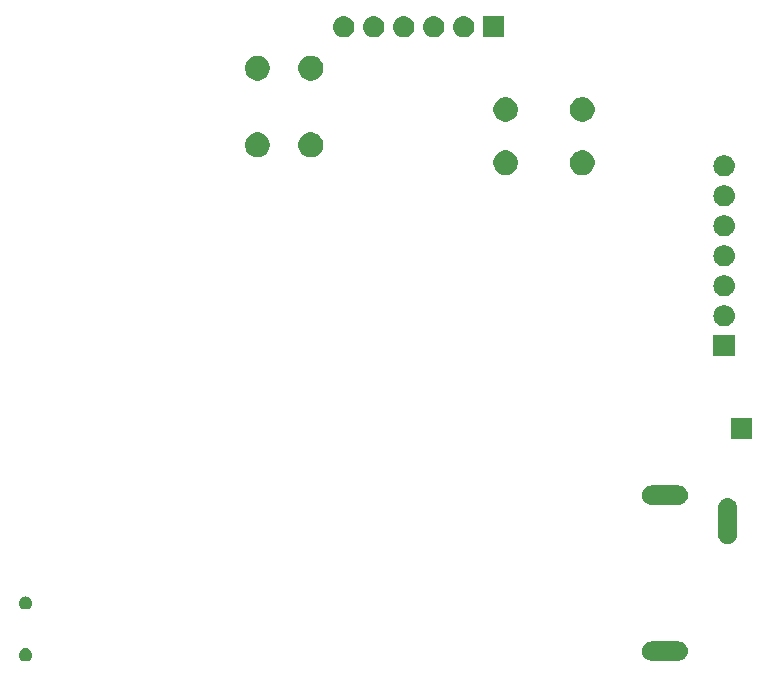
<source format=gbr>
G04 #@! TF.GenerationSoftware,KiCad,Pcbnew,(5.0.2)-1*
G04 #@! TF.CreationDate,2019-02-14T14:33:50+01:00*
G04 #@! TF.ProjectId,Embedded_Spectrum,456d6265-6464-4656-945f-537065637472,rev?*
G04 #@! TF.SameCoordinates,Original*
G04 #@! TF.FileFunction,Soldermask,Bot*
G04 #@! TF.FilePolarity,Negative*
%FSLAX46Y46*%
G04 Gerber Fmt 4.6, Leading zero omitted, Abs format (unit mm)*
G04 Created by KiCad (PCBNEW (5.0.2)-1) date 14/02/2019 14:33:50*
%MOMM*%
%LPD*%
G01*
G04 APERTURE LIST*
%ADD10C,0.100000*%
G04 APERTURE END LIST*
D10*
G36*
X82017331Y-130137214D02*
X82117605Y-130178749D01*
X82207855Y-130239052D01*
X82284598Y-130315795D01*
X82344901Y-130406045D01*
X82386436Y-130506319D01*
X82407610Y-130612770D01*
X82407610Y-130721310D01*
X82386436Y-130827761D01*
X82344901Y-130928035D01*
X82284598Y-131018285D01*
X82207855Y-131095028D01*
X82117605Y-131155331D01*
X82017331Y-131196866D01*
X81910880Y-131218040D01*
X81802340Y-131218040D01*
X81695889Y-131196866D01*
X81595615Y-131155331D01*
X81505365Y-131095028D01*
X81428622Y-131018285D01*
X81368319Y-130928035D01*
X81326784Y-130827761D01*
X81305610Y-130721310D01*
X81305610Y-130612770D01*
X81326784Y-130506319D01*
X81368319Y-130406045D01*
X81428622Y-130315795D01*
X81505365Y-130239052D01*
X81595615Y-130178749D01*
X81695889Y-130137214D01*
X81802340Y-130116040D01*
X81910880Y-130116040D01*
X82017331Y-130137214D01*
X82017331Y-130137214D01*
G37*
G36*
X137217747Y-129540921D02*
X137297376Y-129548764D01*
X137399543Y-129579756D01*
X137450628Y-129595252D01*
X137591865Y-129670745D01*
X137715659Y-129772341D01*
X137817255Y-129896135D01*
X137892748Y-130037372D01*
X137892748Y-130037373D01*
X137939236Y-130190624D01*
X137954933Y-130350000D01*
X137939236Y-130509376D01*
X137908244Y-130611543D01*
X137892748Y-130662628D01*
X137817255Y-130803865D01*
X137715659Y-130927659D01*
X137591865Y-131029255D01*
X137450628Y-131104748D01*
X137399543Y-131120244D01*
X137297376Y-131151236D01*
X137217747Y-131159079D01*
X137177934Y-131163000D01*
X134822066Y-131163000D01*
X134782253Y-131159079D01*
X134702624Y-131151236D01*
X134600457Y-131120244D01*
X134549372Y-131104748D01*
X134408135Y-131029255D01*
X134284341Y-130927659D01*
X134182745Y-130803865D01*
X134107252Y-130662628D01*
X134091756Y-130611543D01*
X134060764Y-130509376D01*
X134045067Y-130350000D01*
X134060764Y-130190624D01*
X134107252Y-130037373D01*
X134107252Y-130037372D01*
X134182745Y-129896135D01*
X134284341Y-129772341D01*
X134408135Y-129670745D01*
X134549372Y-129595252D01*
X134600457Y-129579756D01*
X134702624Y-129548764D01*
X134782253Y-129540921D01*
X134822066Y-129537000D01*
X137177934Y-129537000D01*
X137217747Y-129540921D01*
X137217747Y-129540921D01*
G37*
G36*
X82017331Y-125737214D02*
X82117605Y-125778749D01*
X82207855Y-125839052D01*
X82284598Y-125915795D01*
X82344901Y-126006045D01*
X82386436Y-126106319D01*
X82407610Y-126212770D01*
X82407610Y-126321310D01*
X82386436Y-126427761D01*
X82344901Y-126528035D01*
X82284598Y-126618285D01*
X82207855Y-126695028D01*
X82117605Y-126755331D01*
X82017331Y-126796866D01*
X81910880Y-126818040D01*
X81802340Y-126818040D01*
X81695889Y-126796866D01*
X81595615Y-126755331D01*
X81505365Y-126695028D01*
X81428622Y-126618285D01*
X81368319Y-126528035D01*
X81326784Y-126427761D01*
X81305610Y-126321310D01*
X81305610Y-126212770D01*
X81326784Y-126106319D01*
X81368319Y-126006045D01*
X81428622Y-125915795D01*
X81505365Y-125839052D01*
X81595615Y-125778749D01*
X81695889Y-125737214D01*
X81802340Y-125716040D01*
X81910880Y-125716040D01*
X82017331Y-125737214D01*
X82017331Y-125737214D01*
G37*
G36*
X141459375Y-117410764D02*
X141561542Y-117441756D01*
X141612627Y-117457252D01*
X141688120Y-117497605D01*
X141753863Y-117532745D01*
X141753865Y-117532746D01*
X141753864Y-117532746D01*
X141877659Y-117634341D01*
X141979255Y-117758135D01*
X142054748Y-117899372D01*
X142070244Y-117950457D01*
X142101236Y-118052624D01*
X142113000Y-118172067D01*
X142113000Y-120527933D01*
X142101236Y-120647376D01*
X142070244Y-120749543D01*
X142054748Y-120800628D01*
X141979255Y-120941865D01*
X141877659Y-121065659D01*
X141753865Y-121167255D01*
X141612628Y-121242748D01*
X141561543Y-121258244D01*
X141459376Y-121289236D01*
X141300000Y-121304933D01*
X141140625Y-121289236D01*
X141038458Y-121258244D01*
X140987373Y-121242748D01*
X140846136Y-121167255D01*
X140722342Y-121065659D01*
X140620746Y-120941865D01*
X140545253Y-120800628D01*
X140529757Y-120749543D01*
X140498765Y-120647376D01*
X140487001Y-120527933D01*
X140487000Y-118172068D01*
X140498764Y-118052625D01*
X140545252Y-117899374D01*
X140545252Y-117899373D01*
X140620746Y-117758136D01*
X140645758Y-117727659D01*
X140722341Y-117634341D01*
X140759477Y-117603864D01*
X140846135Y-117532745D01*
X140987372Y-117457252D01*
X141038457Y-117441756D01*
X141140624Y-117410764D01*
X141300000Y-117395067D01*
X141459375Y-117410764D01*
X141459375Y-117410764D01*
G37*
G36*
X137217747Y-116340921D02*
X137297376Y-116348764D01*
X137399543Y-116379756D01*
X137450628Y-116395252D01*
X137591865Y-116470745D01*
X137715659Y-116572341D01*
X137817255Y-116696135D01*
X137892748Y-116837372D01*
X137892748Y-116837373D01*
X137939236Y-116990624D01*
X137954933Y-117150000D01*
X137939236Y-117309376D01*
X137913242Y-117395067D01*
X137892748Y-117462628D01*
X137817255Y-117603865D01*
X137715659Y-117727659D01*
X137591865Y-117829255D01*
X137450628Y-117904748D01*
X137399543Y-117920244D01*
X137297376Y-117951236D01*
X137217747Y-117959079D01*
X137177934Y-117963000D01*
X134822066Y-117963000D01*
X134782253Y-117959079D01*
X134702624Y-117951236D01*
X134600457Y-117920244D01*
X134549372Y-117904748D01*
X134408135Y-117829255D01*
X134284341Y-117727659D01*
X134182745Y-117603865D01*
X134107252Y-117462628D01*
X134086758Y-117395067D01*
X134060764Y-117309376D01*
X134045067Y-117150000D01*
X134060764Y-116990624D01*
X134107252Y-116837373D01*
X134107252Y-116837372D01*
X134182745Y-116696135D01*
X134284341Y-116572341D01*
X134408135Y-116470745D01*
X134549372Y-116395252D01*
X134600457Y-116379756D01*
X134702624Y-116348764D01*
X134782253Y-116340921D01*
X134822066Y-116337000D01*
X137177934Y-116337000D01*
X137217747Y-116340921D01*
X137217747Y-116340921D01*
G37*
G36*
X143401000Y-112401000D02*
X141599000Y-112401000D01*
X141599000Y-110599000D01*
X143401000Y-110599000D01*
X143401000Y-112401000D01*
X143401000Y-112401000D01*
G37*
G36*
X141901000Y-105401000D02*
X140099000Y-105401000D01*
X140099000Y-103599000D01*
X141901000Y-103599000D01*
X141901000Y-105401000D01*
X141901000Y-105401000D01*
G37*
G36*
X141110443Y-101065519D02*
X141176627Y-101072037D01*
X141289853Y-101106384D01*
X141346467Y-101123557D01*
X141485087Y-101197652D01*
X141502991Y-101207222D01*
X141538729Y-101236552D01*
X141640186Y-101319814D01*
X141723448Y-101421271D01*
X141752778Y-101457009D01*
X141752779Y-101457011D01*
X141836443Y-101613533D01*
X141836443Y-101613534D01*
X141887963Y-101783373D01*
X141905359Y-101960000D01*
X141887963Y-102136627D01*
X141853616Y-102249853D01*
X141836443Y-102306467D01*
X141762348Y-102445087D01*
X141752778Y-102462991D01*
X141723448Y-102498729D01*
X141640186Y-102600186D01*
X141538729Y-102683448D01*
X141502991Y-102712778D01*
X141502989Y-102712779D01*
X141346467Y-102796443D01*
X141289853Y-102813616D01*
X141176627Y-102847963D01*
X141110442Y-102854482D01*
X141044260Y-102861000D01*
X140955740Y-102861000D01*
X140889558Y-102854482D01*
X140823373Y-102847963D01*
X140710147Y-102813616D01*
X140653533Y-102796443D01*
X140497011Y-102712779D01*
X140497009Y-102712778D01*
X140461271Y-102683448D01*
X140359814Y-102600186D01*
X140276552Y-102498729D01*
X140247222Y-102462991D01*
X140237652Y-102445087D01*
X140163557Y-102306467D01*
X140146384Y-102249853D01*
X140112037Y-102136627D01*
X140094641Y-101960000D01*
X140112037Y-101783373D01*
X140163557Y-101613534D01*
X140163557Y-101613533D01*
X140247221Y-101457011D01*
X140247222Y-101457009D01*
X140276552Y-101421271D01*
X140359814Y-101319814D01*
X140461271Y-101236552D01*
X140497009Y-101207222D01*
X140514913Y-101197652D01*
X140653533Y-101123557D01*
X140710147Y-101106384D01*
X140823373Y-101072037D01*
X140889557Y-101065519D01*
X140955740Y-101059000D01*
X141044260Y-101059000D01*
X141110443Y-101065519D01*
X141110443Y-101065519D01*
G37*
G36*
X141110442Y-98525518D02*
X141176627Y-98532037D01*
X141289853Y-98566384D01*
X141346467Y-98583557D01*
X141485087Y-98657652D01*
X141502991Y-98667222D01*
X141538729Y-98696552D01*
X141640186Y-98779814D01*
X141723448Y-98881271D01*
X141752778Y-98917009D01*
X141752779Y-98917011D01*
X141836443Y-99073533D01*
X141836443Y-99073534D01*
X141887963Y-99243373D01*
X141905359Y-99420000D01*
X141887963Y-99596627D01*
X141853616Y-99709853D01*
X141836443Y-99766467D01*
X141762348Y-99905087D01*
X141752778Y-99922991D01*
X141723448Y-99958729D01*
X141640186Y-100060186D01*
X141538729Y-100143448D01*
X141502991Y-100172778D01*
X141502989Y-100172779D01*
X141346467Y-100256443D01*
X141289853Y-100273616D01*
X141176627Y-100307963D01*
X141110443Y-100314481D01*
X141044260Y-100321000D01*
X140955740Y-100321000D01*
X140889557Y-100314481D01*
X140823373Y-100307963D01*
X140710147Y-100273616D01*
X140653533Y-100256443D01*
X140497011Y-100172779D01*
X140497009Y-100172778D01*
X140461271Y-100143448D01*
X140359814Y-100060186D01*
X140276552Y-99958729D01*
X140247222Y-99922991D01*
X140237652Y-99905087D01*
X140163557Y-99766467D01*
X140146384Y-99709853D01*
X140112037Y-99596627D01*
X140094641Y-99420000D01*
X140112037Y-99243373D01*
X140163557Y-99073534D01*
X140163557Y-99073533D01*
X140247221Y-98917011D01*
X140247222Y-98917009D01*
X140276552Y-98881271D01*
X140359814Y-98779814D01*
X140461271Y-98696552D01*
X140497009Y-98667222D01*
X140514913Y-98657652D01*
X140653533Y-98583557D01*
X140710147Y-98566384D01*
X140823373Y-98532037D01*
X140889557Y-98525519D01*
X140955740Y-98519000D01*
X141044260Y-98519000D01*
X141110442Y-98525518D01*
X141110442Y-98525518D01*
G37*
G36*
X141110442Y-95985518D02*
X141176627Y-95992037D01*
X141289853Y-96026384D01*
X141346467Y-96043557D01*
X141485087Y-96117652D01*
X141502991Y-96127222D01*
X141538729Y-96156552D01*
X141640186Y-96239814D01*
X141723448Y-96341271D01*
X141752778Y-96377009D01*
X141752779Y-96377011D01*
X141836443Y-96533533D01*
X141836443Y-96533534D01*
X141887963Y-96703373D01*
X141905359Y-96880000D01*
X141887963Y-97056627D01*
X141853616Y-97169853D01*
X141836443Y-97226467D01*
X141762348Y-97365087D01*
X141752778Y-97382991D01*
X141723448Y-97418729D01*
X141640186Y-97520186D01*
X141538729Y-97603448D01*
X141502991Y-97632778D01*
X141502989Y-97632779D01*
X141346467Y-97716443D01*
X141289853Y-97733616D01*
X141176627Y-97767963D01*
X141110442Y-97774482D01*
X141044260Y-97781000D01*
X140955740Y-97781000D01*
X140889557Y-97774481D01*
X140823373Y-97767963D01*
X140710147Y-97733616D01*
X140653533Y-97716443D01*
X140497011Y-97632779D01*
X140497009Y-97632778D01*
X140461271Y-97603448D01*
X140359814Y-97520186D01*
X140276552Y-97418729D01*
X140247222Y-97382991D01*
X140237652Y-97365087D01*
X140163557Y-97226467D01*
X140146384Y-97169853D01*
X140112037Y-97056627D01*
X140094641Y-96880000D01*
X140112037Y-96703373D01*
X140163557Y-96533534D01*
X140163557Y-96533533D01*
X140247221Y-96377011D01*
X140247222Y-96377009D01*
X140276552Y-96341271D01*
X140359814Y-96239814D01*
X140461271Y-96156552D01*
X140497009Y-96127222D01*
X140514913Y-96117652D01*
X140653533Y-96043557D01*
X140710147Y-96026384D01*
X140823373Y-95992037D01*
X140889558Y-95985518D01*
X140955740Y-95979000D01*
X141044260Y-95979000D01*
X141110442Y-95985518D01*
X141110442Y-95985518D01*
G37*
G36*
X141110443Y-93445519D02*
X141176627Y-93452037D01*
X141289853Y-93486384D01*
X141346467Y-93503557D01*
X141485087Y-93577652D01*
X141502991Y-93587222D01*
X141538729Y-93616552D01*
X141640186Y-93699814D01*
X141723448Y-93801271D01*
X141752778Y-93837009D01*
X141752779Y-93837011D01*
X141836443Y-93993533D01*
X141836443Y-93993534D01*
X141887963Y-94163373D01*
X141905359Y-94340000D01*
X141887963Y-94516627D01*
X141853616Y-94629853D01*
X141836443Y-94686467D01*
X141762348Y-94825087D01*
X141752778Y-94842991D01*
X141723448Y-94878729D01*
X141640186Y-94980186D01*
X141538729Y-95063448D01*
X141502991Y-95092778D01*
X141502989Y-95092779D01*
X141346467Y-95176443D01*
X141289853Y-95193616D01*
X141176627Y-95227963D01*
X141110442Y-95234482D01*
X141044260Y-95241000D01*
X140955740Y-95241000D01*
X140889558Y-95234482D01*
X140823373Y-95227963D01*
X140710147Y-95193616D01*
X140653533Y-95176443D01*
X140497011Y-95092779D01*
X140497009Y-95092778D01*
X140461271Y-95063448D01*
X140359814Y-94980186D01*
X140276552Y-94878729D01*
X140247222Y-94842991D01*
X140237652Y-94825087D01*
X140163557Y-94686467D01*
X140146384Y-94629853D01*
X140112037Y-94516627D01*
X140094641Y-94340000D01*
X140112037Y-94163373D01*
X140163557Y-93993534D01*
X140163557Y-93993533D01*
X140247221Y-93837011D01*
X140247222Y-93837009D01*
X140276552Y-93801271D01*
X140359814Y-93699814D01*
X140461271Y-93616552D01*
X140497009Y-93587222D01*
X140514913Y-93577652D01*
X140653533Y-93503557D01*
X140710147Y-93486384D01*
X140823373Y-93452037D01*
X140889557Y-93445519D01*
X140955740Y-93439000D01*
X141044260Y-93439000D01*
X141110443Y-93445519D01*
X141110443Y-93445519D01*
G37*
G36*
X141110443Y-90905519D02*
X141176627Y-90912037D01*
X141289853Y-90946384D01*
X141346467Y-90963557D01*
X141485087Y-91037652D01*
X141502991Y-91047222D01*
X141538729Y-91076552D01*
X141640186Y-91159814D01*
X141723448Y-91261271D01*
X141752778Y-91297009D01*
X141752779Y-91297011D01*
X141836443Y-91453533D01*
X141836443Y-91453534D01*
X141887963Y-91623373D01*
X141905359Y-91800000D01*
X141887963Y-91976627D01*
X141853616Y-92089853D01*
X141836443Y-92146467D01*
X141762348Y-92285087D01*
X141752778Y-92302991D01*
X141723448Y-92338729D01*
X141640186Y-92440186D01*
X141538729Y-92523448D01*
X141502991Y-92552778D01*
X141502989Y-92552779D01*
X141346467Y-92636443D01*
X141289853Y-92653616D01*
X141176627Y-92687963D01*
X141110442Y-92694482D01*
X141044260Y-92701000D01*
X140955740Y-92701000D01*
X140889558Y-92694482D01*
X140823373Y-92687963D01*
X140710147Y-92653616D01*
X140653533Y-92636443D01*
X140497011Y-92552779D01*
X140497009Y-92552778D01*
X140461271Y-92523448D01*
X140359814Y-92440186D01*
X140276552Y-92338729D01*
X140247222Y-92302991D01*
X140237652Y-92285087D01*
X140163557Y-92146467D01*
X140146384Y-92089853D01*
X140112037Y-91976627D01*
X140094641Y-91800000D01*
X140112037Y-91623373D01*
X140163557Y-91453534D01*
X140163557Y-91453533D01*
X140247221Y-91297011D01*
X140247222Y-91297009D01*
X140276552Y-91261271D01*
X140359814Y-91159814D01*
X140461271Y-91076552D01*
X140497009Y-91047222D01*
X140514913Y-91037652D01*
X140653533Y-90963557D01*
X140710147Y-90946384D01*
X140823373Y-90912037D01*
X140889557Y-90905519D01*
X140955740Y-90899000D01*
X141044260Y-90899000D01*
X141110443Y-90905519D01*
X141110443Y-90905519D01*
G37*
G36*
X141110442Y-88365518D02*
X141176627Y-88372037D01*
X141289853Y-88406384D01*
X141346467Y-88423557D01*
X141485087Y-88497652D01*
X141502991Y-88507222D01*
X141507119Y-88510610D01*
X141640186Y-88619814D01*
X141700604Y-88693435D01*
X141752778Y-88757009D01*
X141752779Y-88757011D01*
X141836443Y-88913533D01*
X141836443Y-88913534D01*
X141887963Y-89083373D01*
X141905359Y-89260000D01*
X141887963Y-89436627D01*
X141869396Y-89497834D01*
X141836443Y-89606467D01*
X141802498Y-89669973D01*
X141752778Y-89762991D01*
X141723448Y-89798729D01*
X141640186Y-89900186D01*
X141538729Y-89983448D01*
X141502991Y-90012778D01*
X141502989Y-90012779D01*
X141346467Y-90096443D01*
X141289853Y-90113616D01*
X141176627Y-90147963D01*
X141110442Y-90154482D01*
X141044260Y-90161000D01*
X140955740Y-90161000D01*
X140889558Y-90154482D01*
X140823373Y-90147963D01*
X140710147Y-90113616D01*
X140653533Y-90096443D01*
X140497011Y-90012779D01*
X140497009Y-90012778D01*
X140461271Y-89983448D01*
X140359814Y-89900186D01*
X140276552Y-89798729D01*
X140247222Y-89762991D01*
X140197502Y-89669973D01*
X140163557Y-89606467D01*
X140130604Y-89497834D01*
X140112037Y-89436627D01*
X140094641Y-89260000D01*
X140112037Y-89083373D01*
X140163557Y-88913534D01*
X140163557Y-88913533D01*
X140247221Y-88757011D01*
X140247222Y-88757009D01*
X140299396Y-88693435D01*
X140359814Y-88619814D01*
X140492881Y-88510610D01*
X140497009Y-88507222D01*
X140514913Y-88497652D01*
X140653533Y-88423557D01*
X140710147Y-88406384D01*
X140823373Y-88372037D01*
X140889558Y-88365518D01*
X140955740Y-88359000D01*
X141044260Y-88359000D01*
X141110442Y-88365518D01*
X141110442Y-88365518D01*
G37*
G36*
X129306565Y-87989389D02*
X129497834Y-88068615D01*
X129669976Y-88183637D01*
X129816363Y-88330024D01*
X129931385Y-88502166D01*
X130010611Y-88693435D01*
X130051000Y-88896484D01*
X130051000Y-89103516D01*
X130010611Y-89306565D01*
X129931385Y-89497834D01*
X129816363Y-89669976D01*
X129669976Y-89816363D01*
X129497834Y-89931385D01*
X129306565Y-90010611D01*
X129103516Y-90051000D01*
X128896484Y-90051000D01*
X128693435Y-90010611D01*
X128502166Y-89931385D01*
X128330024Y-89816363D01*
X128183637Y-89669976D01*
X128068615Y-89497834D01*
X127989389Y-89306565D01*
X127949000Y-89103516D01*
X127949000Y-88896484D01*
X127989389Y-88693435D01*
X128068615Y-88502166D01*
X128183637Y-88330024D01*
X128330024Y-88183637D01*
X128502166Y-88068615D01*
X128693435Y-87989389D01*
X128896484Y-87949000D01*
X129103516Y-87949000D01*
X129306565Y-87989389D01*
X129306565Y-87989389D01*
G37*
G36*
X122806565Y-87989389D02*
X122997834Y-88068615D01*
X123169976Y-88183637D01*
X123316363Y-88330024D01*
X123431385Y-88502166D01*
X123510611Y-88693435D01*
X123551000Y-88896484D01*
X123551000Y-89103516D01*
X123510611Y-89306565D01*
X123431385Y-89497834D01*
X123316363Y-89669976D01*
X123169976Y-89816363D01*
X122997834Y-89931385D01*
X122806565Y-90010611D01*
X122603516Y-90051000D01*
X122396484Y-90051000D01*
X122193435Y-90010611D01*
X122002166Y-89931385D01*
X121830024Y-89816363D01*
X121683637Y-89669976D01*
X121568615Y-89497834D01*
X121489389Y-89306565D01*
X121449000Y-89103516D01*
X121449000Y-88896484D01*
X121489389Y-88693435D01*
X121568615Y-88502166D01*
X121683637Y-88330024D01*
X121830024Y-88183637D01*
X122002166Y-88068615D01*
X122193435Y-87989389D01*
X122396484Y-87949000D01*
X122603516Y-87949000D01*
X122806565Y-87989389D01*
X122806565Y-87989389D01*
G37*
G36*
X106306565Y-86489389D02*
X106497834Y-86568615D01*
X106669976Y-86683637D01*
X106816363Y-86830024D01*
X106931385Y-87002166D01*
X107010611Y-87193435D01*
X107051000Y-87396484D01*
X107051000Y-87603516D01*
X107010611Y-87806565D01*
X106931385Y-87997834D01*
X106816363Y-88169976D01*
X106669976Y-88316363D01*
X106497834Y-88431385D01*
X106306565Y-88510611D01*
X106103516Y-88551000D01*
X105896484Y-88551000D01*
X105693435Y-88510611D01*
X105502166Y-88431385D01*
X105330024Y-88316363D01*
X105183637Y-88169976D01*
X105068615Y-87997834D01*
X104989389Y-87806565D01*
X104949000Y-87603516D01*
X104949000Y-87396484D01*
X104989389Y-87193435D01*
X105068615Y-87002166D01*
X105183637Y-86830024D01*
X105330024Y-86683637D01*
X105502166Y-86568615D01*
X105693435Y-86489389D01*
X105896484Y-86449000D01*
X106103516Y-86449000D01*
X106306565Y-86489389D01*
X106306565Y-86489389D01*
G37*
G36*
X101806565Y-86489389D02*
X101997834Y-86568615D01*
X102169976Y-86683637D01*
X102316363Y-86830024D01*
X102431385Y-87002166D01*
X102510611Y-87193435D01*
X102551000Y-87396484D01*
X102551000Y-87603516D01*
X102510611Y-87806565D01*
X102431385Y-87997834D01*
X102316363Y-88169976D01*
X102169976Y-88316363D01*
X101997834Y-88431385D01*
X101806565Y-88510611D01*
X101603516Y-88551000D01*
X101396484Y-88551000D01*
X101193435Y-88510611D01*
X101002166Y-88431385D01*
X100830024Y-88316363D01*
X100683637Y-88169976D01*
X100568615Y-87997834D01*
X100489389Y-87806565D01*
X100449000Y-87603516D01*
X100449000Y-87396484D01*
X100489389Y-87193435D01*
X100568615Y-87002166D01*
X100683637Y-86830024D01*
X100830024Y-86683637D01*
X101002166Y-86568615D01*
X101193435Y-86489389D01*
X101396484Y-86449000D01*
X101603516Y-86449000D01*
X101806565Y-86489389D01*
X101806565Y-86489389D01*
G37*
G36*
X122806565Y-83489389D02*
X122997834Y-83568615D01*
X123169976Y-83683637D01*
X123316363Y-83830024D01*
X123431385Y-84002166D01*
X123510611Y-84193435D01*
X123551000Y-84396484D01*
X123551000Y-84603516D01*
X123510611Y-84806565D01*
X123431385Y-84997834D01*
X123316363Y-85169976D01*
X123169976Y-85316363D01*
X122997834Y-85431385D01*
X122806565Y-85510611D01*
X122603516Y-85551000D01*
X122396484Y-85551000D01*
X122193435Y-85510611D01*
X122002166Y-85431385D01*
X121830024Y-85316363D01*
X121683637Y-85169976D01*
X121568615Y-84997834D01*
X121489389Y-84806565D01*
X121449000Y-84603516D01*
X121449000Y-84396484D01*
X121489389Y-84193435D01*
X121568615Y-84002166D01*
X121683637Y-83830024D01*
X121830024Y-83683637D01*
X122002166Y-83568615D01*
X122193435Y-83489389D01*
X122396484Y-83449000D01*
X122603516Y-83449000D01*
X122806565Y-83489389D01*
X122806565Y-83489389D01*
G37*
G36*
X129306565Y-83489389D02*
X129497834Y-83568615D01*
X129669976Y-83683637D01*
X129816363Y-83830024D01*
X129931385Y-84002166D01*
X130010611Y-84193435D01*
X130051000Y-84396484D01*
X130051000Y-84603516D01*
X130010611Y-84806565D01*
X129931385Y-84997834D01*
X129816363Y-85169976D01*
X129669976Y-85316363D01*
X129497834Y-85431385D01*
X129306565Y-85510611D01*
X129103516Y-85551000D01*
X128896484Y-85551000D01*
X128693435Y-85510611D01*
X128502166Y-85431385D01*
X128330024Y-85316363D01*
X128183637Y-85169976D01*
X128068615Y-84997834D01*
X127989389Y-84806565D01*
X127949000Y-84603516D01*
X127949000Y-84396484D01*
X127989389Y-84193435D01*
X128068615Y-84002166D01*
X128183637Y-83830024D01*
X128330024Y-83683637D01*
X128502166Y-83568615D01*
X128693435Y-83489389D01*
X128896484Y-83449000D01*
X129103516Y-83449000D01*
X129306565Y-83489389D01*
X129306565Y-83489389D01*
G37*
G36*
X101806565Y-79989389D02*
X101997834Y-80068615D01*
X102169976Y-80183637D01*
X102316363Y-80330024D01*
X102431385Y-80502166D01*
X102510611Y-80693435D01*
X102551000Y-80896484D01*
X102551000Y-81103516D01*
X102510611Y-81306565D01*
X102431385Y-81497834D01*
X102316363Y-81669976D01*
X102169976Y-81816363D01*
X101997834Y-81931385D01*
X101806565Y-82010611D01*
X101603516Y-82051000D01*
X101396484Y-82051000D01*
X101193435Y-82010611D01*
X101002166Y-81931385D01*
X100830024Y-81816363D01*
X100683637Y-81669976D01*
X100568615Y-81497834D01*
X100489389Y-81306565D01*
X100449000Y-81103516D01*
X100449000Y-80896484D01*
X100489389Y-80693435D01*
X100568615Y-80502166D01*
X100683637Y-80330024D01*
X100830024Y-80183637D01*
X101002166Y-80068615D01*
X101193435Y-79989389D01*
X101396484Y-79949000D01*
X101603516Y-79949000D01*
X101806565Y-79989389D01*
X101806565Y-79989389D01*
G37*
G36*
X106306565Y-79989389D02*
X106497834Y-80068615D01*
X106669976Y-80183637D01*
X106816363Y-80330024D01*
X106931385Y-80502166D01*
X107010611Y-80693435D01*
X107051000Y-80896484D01*
X107051000Y-81103516D01*
X107010611Y-81306565D01*
X106931385Y-81497834D01*
X106816363Y-81669976D01*
X106669976Y-81816363D01*
X106497834Y-81931385D01*
X106306565Y-82010611D01*
X106103516Y-82051000D01*
X105896484Y-82051000D01*
X105693435Y-82010611D01*
X105502166Y-81931385D01*
X105330024Y-81816363D01*
X105183637Y-81669976D01*
X105068615Y-81497834D01*
X104989389Y-81306565D01*
X104949000Y-81103516D01*
X104949000Y-80896484D01*
X104989389Y-80693435D01*
X105068615Y-80502166D01*
X105183637Y-80330024D01*
X105330024Y-80183637D01*
X105502166Y-80068615D01*
X105693435Y-79989389D01*
X105896484Y-79949000D01*
X106103516Y-79949000D01*
X106306565Y-79989389D01*
X106306565Y-79989389D01*
G37*
G36*
X108910442Y-76605518D02*
X108976627Y-76612037D01*
X109089853Y-76646384D01*
X109146467Y-76663557D01*
X109285087Y-76737652D01*
X109302991Y-76747222D01*
X109338729Y-76776552D01*
X109440186Y-76859814D01*
X109523448Y-76961271D01*
X109552778Y-76997009D01*
X109552779Y-76997011D01*
X109636443Y-77153533D01*
X109636443Y-77153534D01*
X109687963Y-77323373D01*
X109705359Y-77500000D01*
X109687963Y-77676627D01*
X109653616Y-77789853D01*
X109636443Y-77846467D01*
X109562348Y-77985087D01*
X109552778Y-78002991D01*
X109523448Y-78038729D01*
X109440186Y-78140186D01*
X109338729Y-78223448D01*
X109302991Y-78252778D01*
X109302989Y-78252779D01*
X109146467Y-78336443D01*
X109089853Y-78353616D01*
X108976627Y-78387963D01*
X108910443Y-78394481D01*
X108844260Y-78401000D01*
X108755740Y-78401000D01*
X108689557Y-78394481D01*
X108623373Y-78387963D01*
X108510147Y-78353616D01*
X108453533Y-78336443D01*
X108297011Y-78252779D01*
X108297009Y-78252778D01*
X108261271Y-78223448D01*
X108159814Y-78140186D01*
X108076552Y-78038729D01*
X108047222Y-78002991D01*
X108037652Y-77985087D01*
X107963557Y-77846467D01*
X107946384Y-77789853D01*
X107912037Y-77676627D01*
X107894641Y-77500000D01*
X107912037Y-77323373D01*
X107963557Y-77153534D01*
X107963557Y-77153533D01*
X108047221Y-76997011D01*
X108047222Y-76997009D01*
X108076552Y-76961271D01*
X108159814Y-76859814D01*
X108261271Y-76776552D01*
X108297009Y-76747222D01*
X108314913Y-76737652D01*
X108453533Y-76663557D01*
X108510147Y-76646384D01*
X108623373Y-76612037D01*
X108689558Y-76605518D01*
X108755740Y-76599000D01*
X108844260Y-76599000D01*
X108910442Y-76605518D01*
X108910442Y-76605518D01*
G37*
G36*
X122401000Y-78401000D02*
X120599000Y-78401000D01*
X120599000Y-76599000D01*
X122401000Y-76599000D01*
X122401000Y-78401000D01*
X122401000Y-78401000D01*
G37*
G36*
X119070442Y-76605518D02*
X119136627Y-76612037D01*
X119249853Y-76646384D01*
X119306467Y-76663557D01*
X119445087Y-76737652D01*
X119462991Y-76747222D01*
X119498729Y-76776552D01*
X119600186Y-76859814D01*
X119683448Y-76961271D01*
X119712778Y-76997009D01*
X119712779Y-76997011D01*
X119796443Y-77153533D01*
X119796443Y-77153534D01*
X119847963Y-77323373D01*
X119865359Y-77500000D01*
X119847963Y-77676627D01*
X119813616Y-77789853D01*
X119796443Y-77846467D01*
X119722348Y-77985087D01*
X119712778Y-78002991D01*
X119683448Y-78038729D01*
X119600186Y-78140186D01*
X119498729Y-78223448D01*
X119462991Y-78252778D01*
X119462989Y-78252779D01*
X119306467Y-78336443D01*
X119249853Y-78353616D01*
X119136627Y-78387963D01*
X119070443Y-78394481D01*
X119004260Y-78401000D01*
X118915740Y-78401000D01*
X118849557Y-78394481D01*
X118783373Y-78387963D01*
X118670147Y-78353616D01*
X118613533Y-78336443D01*
X118457011Y-78252779D01*
X118457009Y-78252778D01*
X118421271Y-78223448D01*
X118319814Y-78140186D01*
X118236552Y-78038729D01*
X118207222Y-78002991D01*
X118197652Y-77985087D01*
X118123557Y-77846467D01*
X118106384Y-77789853D01*
X118072037Y-77676627D01*
X118054641Y-77500000D01*
X118072037Y-77323373D01*
X118123557Y-77153534D01*
X118123557Y-77153533D01*
X118207221Y-76997011D01*
X118207222Y-76997009D01*
X118236552Y-76961271D01*
X118319814Y-76859814D01*
X118421271Y-76776552D01*
X118457009Y-76747222D01*
X118474913Y-76737652D01*
X118613533Y-76663557D01*
X118670147Y-76646384D01*
X118783373Y-76612037D01*
X118849558Y-76605518D01*
X118915740Y-76599000D01*
X119004260Y-76599000D01*
X119070442Y-76605518D01*
X119070442Y-76605518D01*
G37*
G36*
X111450442Y-76605518D02*
X111516627Y-76612037D01*
X111629853Y-76646384D01*
X111686467Y-76663557D01*
X111825087Y-76737652D01*
X111842991Y-76747222D01*
X111878729Y-76776552D01*
X111980186Y-76859814D01*
X112063448Y-76961271D01*
X112092778Y-76997009D01*
X112092779Y-76997011D01*
X112176443Y-77153533D01*
X112176443Y-77153534D01*
X112227963Y-77323373D01*
X112245359Y-77500000D01*
X112227963Y-77676627D01*
X112193616Y-77789853D01*
X112176443Y-77846467D01*
X112102348Y-77985087D01*
X112092778Y-78002991D01*
X112063448Y-78038729D01*
X111980186Y-78140186D01*
X111878729Y-78223448D01*
X111842991Y-78252778D01*
X111842989Y-78252779D01*
X111686467Y-78336443D01*
X111629853Y-78353616D01*
X111516627Y-78387963D01*
X111450443Y-78394481D01*
X111384260Y-78401000D01*
X111295740Y-78401000D01*
X111229557Y-78394481D01*
X111163373Y-78387963D01*
X111050147Y-78353616D01*
X110993533Y-78336443D01*
X110837011Y-78252779D01*
X110837009Y-78252778D01*
X110801271Y-78223448D01*
X110699814Y-78140186D01*
X110616552Y-78038729D01*
X110587222Y-78002991D01*
X110577652Y-77985087D01*
X110503557Y-77846467D01*
X110486384Y-77789853D01*
X110452037Y-77676627D01*
X110434641Y-77500000D01*
X110452037Y-77323373D01*
X110503557Y-77153534D01*
X110503557Y-77153533D01*
X110587221Y-76997011D01*
X110587222Y-76997009D01*
X110616552Y-76961271D01*
X110699814Y-76859814D01*
X110801271Y-76776552D01*
X110837009Y-76747222D01*
X110854913Y-76737652D01*
X110993533Y-76663557D01*
X111050147Y-76646384D01*
X111163373Y-76612037D01*
X111229558Y-76605518D01*
X111295740Y-76599000D01*
X111384260Y-76599000D01*
X111450442Y-76605518D01*
X111450442Y-76605518D01*
G37*
G36*
X113990442Y-76605518D02*
X114056627Y-76612037D01*
X114169853Y-76646384D01*
X114226467Y-76663557D01*
X114365087Y-76737652D01*
X114382991Y-76747222D01*
X114418729Y-76776552D01*
X114520186Y-76859814D01*
X114603448Y-76961271D01*
X114632778Y-76997009D01*
X114632779Y-76997011D01*
X114716443Y-77153533D01*
X114716443Y-77153534D01*
X114767963Y-77323373D01*
X114785359Y-77500000D01*
X114767963Y-77676627D01*
X114733616Y-77789853D01*
X114716443Y-77846467D01*
X114642348Y-77985087D01*
X114632778Y-78002991D01*
X114603448Y-78038729D01*
X114520186Y-78140186D01*
X114418729Y-78223448D01*
X114382991Y-78252778D01*
X114382989Y-78252779D01*
X114226467Y-78336443D01*
X114169853Y-78353616D01*
X114056627Y-78387963D01*
X113990443Y-78394481D01*
X113924260Y-78401000D01*
X113835740Y-78401000D01*
X113769557Y-78394481D01*
X113703373Y-78387963D01*
X113590147Y-78353616D01*
X113533533Y-78336443D01*
X113377011Y-78252779D01*
X113377009Y-78252778D01*
X113341271Y-78223448D01*
X113239814Y-78140186D01*
X113156552Y-78038729D01*
X113127222Y-78002991D01*
X113117652Y-77985087D01*
X113043557Y-77846467D01*
X113026384Y-77789853D01*
X112992037Y-77676627D01*
X112974641Y-77500000D01*
X112992037Y-77323373D01*
X113043557Y-77153534D01*
X113043557Y-77153533D01*
X113127221Y-76997011D01*
X113127222Y-76997009D01*
X113156552Y-76961271D01*
X113239814Y-76859814D01*
X113341271Y-76776552D01*
X113377009Y-76747222D01*
X113394913Y-76737652D01*
X113533533Y-76663557D01*
X113590147Y-76646384D01*
X113703373Y-76612037D01*
X113769558Y-76605518D01*
X113835740Y-76599000D01*
X113924260Y-76599000D01*
X113990442Y-76605518D01*
X113990442Y-76605518D01*
G37*
G36*
X116530442Y-76605518D02*
X116596627Y-76612037D01*
X116709853Y-76646384D01*
X116766467Y-76663557D01*
X116905087Y-76737652D01*
X116922991Y-76747222D01*
X116958729Y-76776552D01*
X117060186Y-76859814D01*
X117143448Y-76961271D01*
X117172778Y-76997009D01*
X117172779Y-76997011D01*
X117256443Y-77153533D01*
X117256443Y-77153534D01*
X117307963Y-77323373D01*
X117325359Y-77500000D01*
X117307963Y-77676627D01*
X117273616Y-77789853D01*
X117256443Y-77846467D01*
X117182348Y-77985087D01*
X117172778Y-78002991D01*
X117143448Y-78038729D01*
X117060186Y-78140186D01*
X116958729Y-78223448D01*
X116922991Y-78252778D01*
X116922989Y-78252779D01*
X116766467Y-78336443D01*
X116709853Y-78353616D01*
X116596627Y-78387963D01*
X116530443Y-78394481D01*
X116464260Y-78401000D01*
X116375740Y-78401000D01*
X116309557Y-78394481D01*
X116243373Y-78387963D01*
X116130147Y-78353616D01*
X116073533Y-78336443D01*
X115917011Y-78252779D01*
X115917009Y-78252778D01*
X115881271Y-78223448D01*
X115779814Y-78140186D01*
X115696552Y-78038729D01*
X115667222Y-78002991D01*
X115657652Y-77985087D01*
X115583557Y-77846467D01*
X115566384Y-77789853D01*
X115532037Y-77676627D01*
X115514641Y-77500000D01*
X115532037Y-77323373D01*
X115583557Y-77153534D01*
X115583557Y-77153533D01*
X115667221Y-76997011D01*
X115667222Y-76997009D01*
X115696552Y-76961271D01*
X115779814Y-76859814D01*
X115881271Y-76776552D01*
X115917009Y-76747222D01*
X115934913Y-76737652D01*
X116073533Y-76663557D01*
X116130147Y-76646384D01*
X116243373Y-76612037D01*
X116309558Y-76605518D01*
X116375740Y-76599000D01*
X116464260Y-76599000D01*
X116530442Y-76605518D01*
X116530442Y-76605518D01*
G37*
M02*

</source>
